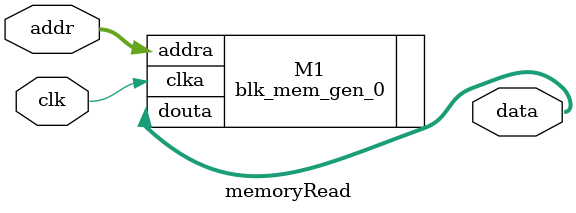
<source format=v>
`timescale 1ns / 1ps


module memoryRead(
    input clk,
    input [depth_base-1 : 0] addr,

    output [width_base-1 : 0] data
    );
parameter 
    width_base = 12,
    depth_base = 10;
    

    blk_mem_gen_0 M1 (
      .clka(clk),    // input wire clka
      .addra(addr),  // input wire [9 : 0] addra
      .douta(data)  // output wire [11 : 0] douta
    );
    

endmodule

</source>
